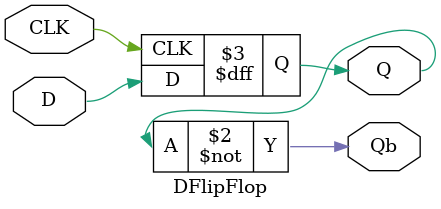
<source format=v>
`timescale 1ns / 1ps

module DFlipFlop(
    input wire D,
    input wire CLK,
    output reg Q,
    output wire Qb
);

always@(posedge CLK) begin
    Q = D;
end

assign Qb = ~Q;

endmodule
</source>
